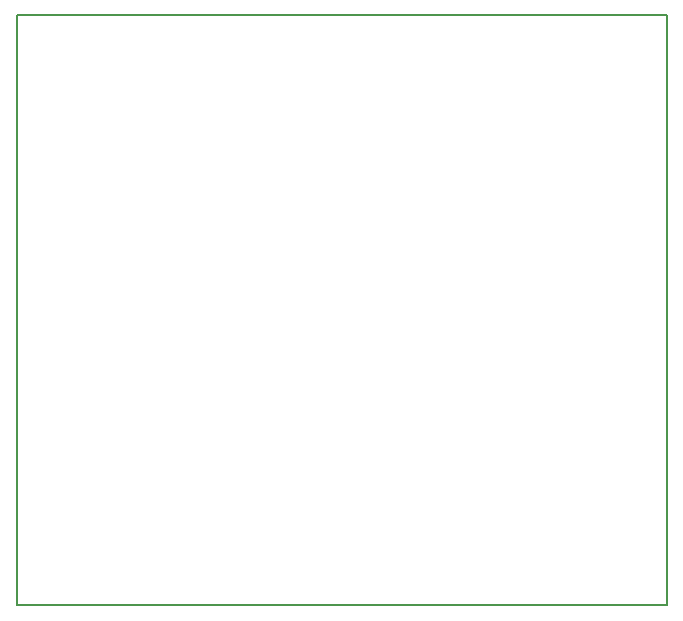
<source format=gko>
G04*
G04 #@! TF.GenerationSoftware,Altium Limited,Altium Designer,21.0.9 (235)*
G04*
G04 Layer_Color=16711935*
%FSTAX24Y24*%
%MOIN*%
G70*
G04*
G04 #@! TF.SameCoordinates,C81BF7DB-63EA-445F-9019-DF517AEC57AA*
G04*
G04*
G04 #@! TF.FilePolarity,Positive*
G04*
G01*
G75*
%ADD89C,0.0050*%
D89*
X024409Y041339D02*
X046063D01*
Y021654D02*
Y041339D01*
X024409D02*
X024409Y021654D01*
X046063D01*
M02*

</source>
